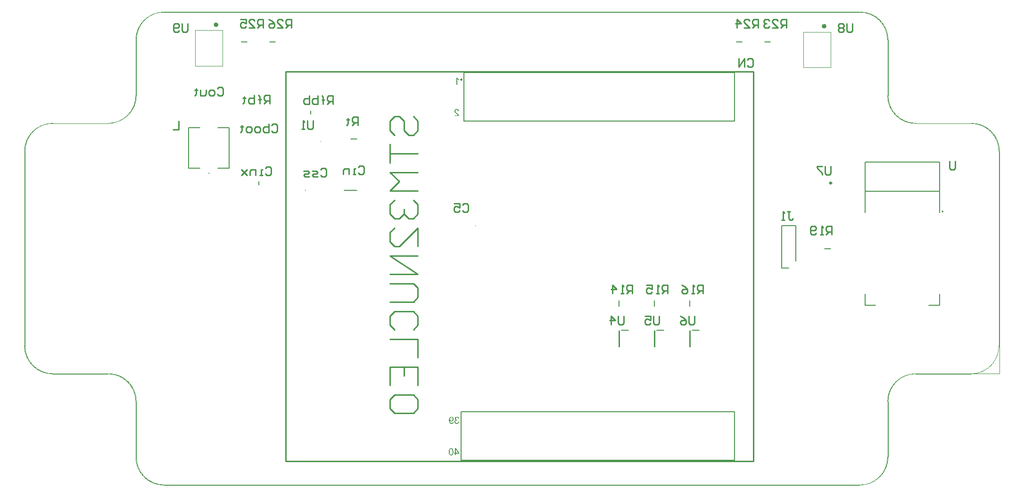
<source format=gbo>
G04*
G04 #@! TF.GenerationSoftware,Altium Limited,Altium Designer,22.7.1 (60)*
G04*
G04 Layer_Color=32896*
%FSLAX44Y44*%
%MOMM*%
G71*
G04*
G04 #@! TF.SameCoordinates,7684CF66-3EF2-496F-B3A4-9C416311D090*
G04*
G04*
G04 #@! TF.FilePolarity,Positive*
G04*
G01*
G75*
%ADD10C,0.1000*%
%ADD11C,0.2000*%
%ADD12C,0.2500*%
%ADD13C,0.4000*%
%ADD14C,0.1270*%
%ADD16C,0.2540*%
%ADD17C,0.0127*%
%ADD18C,0.0064*%
%ADD121C,0.3250*%
%ADD122C,0.1999*%
G36*
X1639032Y1415998D02*
X1639340Y1415972D01*
X1639634Y1415921D01*
X1639903Y1415870D01*
X1640159Y1415793D01*
X1640389Y1415716D01*
X1640607Y1415627D01*
X1640799Y1415550D01*
X1640978Y1415460D01*
X1641132Y1415371D01*
X1641260Y1415294D01*
X1641375Y1415217D01*
X1641452Y1415166D01*
X1641516Y1415115D01*
X1641554Y1415089D01*
X1641567Y1415076D01*
X1641759Y1414897D01*
X1641926Y1414692D01*
X1642079Y1414475D01*
X1642207Y1414257D01*
X1642322Y1414039D01*
X1642425Y1413809D01*
X1642502Y1413578D01*
X1642578Y1413374D01*
X1642630Y1413169D01*
X1642681Y1412977D01*
X1642719Y1412798D01*
X1642745Y1412657D01*
X1642758Y1412529D01*
X1642770Y1412439D01*
X1642783Y1412388D01*
Y1412362D01*
X1641196Y1412196D01*
X1641183Y1412414D01*
X1641170Y1412618D01*
X1641093Y1412990D01*
X1641042Y1413143D01*
X1640991Y1413297D01*
X1640927Y1413438D01*
X1640863Y1413566D01*
X1640799Y1413681D01*
X1640735Y1413771D01*
X1640684Y1413860D01*
X1640632Y1413924D01*
X1640594Y1413988D01*
X1640556Y1414027D01*
X1640543Y1414039D01*
X1640530Y1414052D01*
X1640402Y1414167D01*
X1640261Y1414283D01*
X1640108Y1414372D01*
X1639967Y1414449D01*
X1639660Y1414564D01*
X1639378Y1414641D01*
X1639122Y1414692D01*
X1639019Y1414705D01*
X1638917Y1414718D01*
X1638840Y1414731D01*
X1638738D01*
X1638546Y1414718D01*
X1638354Y1414705D01*
X1638021Y1414628D01*
X1637727Y1414526D01*
X1637483Y1414411D01*
X1637381Y1414347D01*
X1637278Y1414295D01*
X1637202Y1414244D01*
X1637138Y1414193D01*
X1637086Y1414155D01*
X1637048Y1414116D01*
X1637035Y1414103D01*
X1637023Y1414091D01*
X1636907Y1413975D01*
X1636805Y1413847D01*
X1636715Y1413719D01*
X1636638Y1413578D01*
X1636523Y1413322D01*
X1636434Y1413079D01*
X1636395Y1412862D01*
X1636382Y1412772D01*
X1636370Y1412695D01*
X1636357Y1412631D01*
Y1412580D01*
Y1412554D01*
Y1412542D01*
X1636370Y1412375D01*
X1636382Y1412209D01*
X1636421Y1412042D01*
X1636472Y1411876D01*
X1636587Y1411569D01*
X1636715Y1411274D01*
X1636792Y1411146D01*
X1636856Y1411031D01*
X1636920Y1410929D01*
X1636971Y1410839D01*
X1637023Y1410775D01*
X1637061Y1410711D01*
X1637074Y1410685D01*
X1637086Y1410673D01*
X1637240Y1410480D01*
X1637419Y1410276D01*
X1637611Y1410071D01*
X1637829Y1409841D01*
X1638290Y1409405D01*
X1638751Y1408970D01*
X1638968Y1408765D01*
X1639173Y1408586D01*
X1639365Y1408419D01*
X1639532Y1408279D01*
X1639672Y1408163D01*
X1639775Y1408074D01*
X1639839Y1408023D01*
X1639864Y1407997D01*
X1640108Y1407792D01*
X1640325Y1407600D01*
X1640543Y1407421D01*
X1640735Y1407242D01*
X1640914Y1407075D01*
X1641081Y1406922D01*
X1641234Y1406768D01*
X1641375Y1406640D01*
X1641490Y1406512D01*
X1641593Y1406410D01*
X1641682Y1406307D01*
X1641759Y1406230D01*
X1641810Y1406166D01*
X1641849Y1406128D01*
X1641874Y1406102D01*
X1641887Y1406090D01*
X1642130Y1405782D01*
X1642348Y1405488D01*
X1642514Y1405193D01*
X1642655Y1404950D01*
X1642758Y1404733D01*
X1642809Y1404643D01*
X1642834Y1404566D01*
X1642860Y1404502D01*
X1642886Y1404451D01*
X1642898Y1404425D01*
Y1404413D01*
X1642962Y1404221D01*
X1643014Y1404028D01*
X1643039Y1403849D01*
X1643065Y1403696D01*
X1643078Y1403555D01*
Y1403440D01*
Y1403376D01*
Y1403363D01*
Y1403350D01*
X1634757D01*
Y1404835D01*
X1640927D01*
X1640722Y1405142D01*
X1640607Y1405283D01*
X1640504Y1405411D01*
X1640428Y1405513D01*
X1640351Y1405590D01*
X1640300Y1405654D01*
X1640287Y1405667D01*
X1640197Y1405757D01*
X1640095Y1405859D01*
X1639980Y1405974D01*
X1639839Y1406090D01*
X1639544Y1406358D01*
X1639237Y1406615D01*
X1638956Y1406858D01*
X1638828Y1406973D01*
X1638712Y1407063D01*
X1638623Y1407139D01*
X1638559Y1407203D01*
X1638508Y1407242D01*
X1638495Y1407254D01*
X1638187Y1407511D01*
X1637919Y1407754D01*
X1637663Y1407984D01*
X1637419Y1408189D01*
X1637202Y1408394D01*
X1637010Y1408573D01*
X1636830Y1408739D01*
X1636677Y1408893D01*
X1636549Y1409021D01*
X1636434Y1409136D01*
X1636331Y1409239D01*
X1636254Y1409316D01*
X1636190Y1409380D01*
X1636152Y1409431D01*
X1636126Y1409456D01*
X1636114Y1409469D01*
X1635858Y1409776D01*
X1635653Y1410058D01*
X1635473Y1410314D01*
X1635333Y1410557D01*
X1635230Y1410749D01*
X1635179Y1410826D01*
X1635153Y1410890D01*
X1635128Y1410941D01*
X1635102Y1410980D01*
X1635089Y1411005D01*
Y1411018D01*
X1634987Y1411287D01*
X1634910Y1411556D01*
X1634846Y1411812D01*
X1634808Y1412030D01*
X1634782Y1412222D01*
Y1412311D01*
X1634769Y1412375D01*
Y1412426D01*
Y1412465D01*
Y1412490D01*
Y1412503D01*
X1634782Y1412772D01*
X1634821Y1413041D01*
X1634872Y1413284D01*
X1634936Y1413515D01*
X1635013Y1413745D01*
X1635102Y1413950D01*
X1635205Y1414142D01*
X1635294Y1414308D01*
X1635397Y1414462D01*
X1635499Y1414603D01*
X1635589Y1414718D01*
X1635665Y1414820D01*
X1635730Y1414897D01*
X1635781Y1414948D01*
X1635819Y1414987D01*
X1635832Y1415000D01*
X1636037Y1415179D01*
X1636254Y1415332D01*
X1636485Y1415473D01*
X1636728Y1415588D01*
X1636971Y1415678D01*
X1637202Y1415768D01*
X1637445Y1415832D01*
X1637663Y1415883D01*
X1637880Y1415921D01*
X1638072Y1415960D01*
X1638251Y1415985D01*
X1638405Y1415998D01*
X1638520Y1416011D01*
X1638699D01*
X1639032Y1415998D01*
D02*
G37*
G36*
X1639519Y1472377D02*
X1639621Y1472224D01*
X1639826Y1471916D01*
X1640056Y1471635D01*
X1640287Y1471379D01*
X1640492Y1471161D01*
X1640581Y1471071D01*
X1640671Y1470995D01*
X1640735Y1470931D01*
X1640786Y1470880D01*
X1640812Y1470854D01*
X1640825Y1470841D01*
X1641196Y1470534D01*
X1641593Y1470239D01*
X1641964Y1469983D01*
X1642322Y1469779D01*
X1642489Y1469676D01*
X1642630Y1469599D01*
X1642758Y1469523D01*
X1642873Y1469471D01*
X1642962Y1469420D01*
X1643026Y1469382D01*
X1643078Y1469369D01*
X1643090Y1469356D01*
Y1467858D01*
X1642809Y1467973D01*
X1642527Y1468102D01*
X1642258Y1468230D01*
X1642002Y1468358D01*
X1641785Y1468473D01*
X1641695Y1468524D01*
X1641618Y1468562D01*
X1641554Y1468601D01*
X1641503Y1468626D01*
X1641477Y1468652D01*
X1641465D01*
X1641145Y1468857D01*
X1640850Y1469049D01*
X1640594Y1469228D01*
X1640389Y1469395D01*
X1640223Y1469535D01*
X1640095Y1469638D01*
X1640018Y1469702D01*
X1639993Y1469727D01*
Y1459870D01*
X1638443D01*
Y1472531D01*
X1639442D01*
X1639519Y1472377D01*
D02*
G37*
G36*
X1643090Y798192D02*
Y796771D01*
X1637611D01*
Y793750D01*
X1636062D01*
Y796771D01*
X1634360D01*
Y798192D01*
X1636062D01*
Y806347D01*
X1637330D01*
X1643090Y798192D01*
D02*
G37*
G36*
X1628932Y806398D02*
X1629175Y806385D01*
X1629406Y806347D01*
X1629610Y806296D01*
X1629815Y806244D01*
X1630007Y806180D01*
X1630186Y806104D01*
X1630340Y806040D01*
X1630481Y805975D01*
X1630609Y805899D01*
X1630711Y805835D01*
X1630801Y805783D01*
X1630878Y805732D01*
X1630929Y805707D01*
X1630954Y805681D01*
X1630967Y805668D01*
X1631134Y805527D01*
X1631287Y805361D01*
X1631569Y805028D01*
X1631799Y804670D01*
X1631991Y804337D01*
X1632068Y804171D01*
X1632145Y804030D01*
X1632196Y803902D01*
X1632247Y803786D01*
X1632286Y803684D01*
X1632312Y803620D01*
X1632337Y803569D01*
Y803556D01*
X1632414Y803287D01*
X1632491Y803018D01*
X1632593Y802417D01*
X1632670Y801828D01*
X1632708Y801533D01*
X1632734Y801252D01*
X1632747Y800983D01*
X1632760Y800740D01*
X1632772Y800522D01*
Y800330D01*
X1632785Y800176D01*
Y800061D01*
Y799984D01*
Y799972D01*
Y799959D01*
X1632772Y799319D01*
X1632734Y798717D01*
X1632670Y798167D01*
X1632593Y797667D01*
X1632491Y797194D01*
X1632388Y796771D01*
X1632286Y796400D01*
X1632158Y796067D01*
X1632043Y795773D01*
X1631940Y795517D01*
X1631825Y795299D01*
X1631735Y795133D01*
X1631659Y794992D01*
X1631595Y794902D01*
X1631556Y794838D01*
X1631543Y794825D01*
X1631339Y794595D01*
X1631121Y794403D01*
X1630891Y794224D01*
X1630660Y794083D01*
X1630417Y793955D01*
X1630174Y793852D01*
X1629943Y793763D01*
X1629726Y793699D01*
X1629508Y793635D01*
X1629303Y793596D01*
X1629137Y793571D01*
X1628983Y793558D01*
X1628855Y793545D01*
X1628753Y793532D01*
X1628676D01*
X1628420Y793545D01*
X1628177Y793558D01*
X1627946Y793596D01*
X1627741Y793648D01*
X1627536Y793699D01*
X1627345Y793763D01*
X1627178Y793827D01*
X1627012Y793904D01*
X1626871Y793968D01*
X1626756Y794032D01*
X1626640Y794096D01*
X1626564Y794147D01*
X1626487Y794198D01*
X1626436Y794237D01*
X1626410Y794249D01*
X1626397Y794262D01*
X1626231Y794403D01*
X1626077Y794569D01*
X1625795Y794902D01*
X1625565Y795261D01*
X1625373Y795593D01*
X1625296Y795760D01*
X1625219Y795901D01*
X1625155Y796029D01*
X1625117Y796144D01*
X1625079Y796246D01*
X1625053Y796310D01*
X1625027Y796361D01*
Y796374D01*
X1624951Y796643D01*
X1624874Y796925D01*
X1624758Y797514D01*
X1624682Y798115D01*
X1624643Y798397D01*
X1624618Y798679D01*
X1624605Y798947D01*
X1624592Y799191D01*
X1624579Y799408D01*
Y799587D01*
X1624566Y799741D01*
Y799856D01*
Y799933D01*
Y799959D01*
Y800304D01*
X1624579Y800624D01*
X1624592Y800932D01*
X1624618Y801213D01*
X1624630Y801482D01*
X1624656Y801725D01*
X1624682Y801956D01*
X1624707Y802161D01*
X1624746Y802340D01*
X1624771Y802494D01*
X1624797Y802634D01*
X1624810Y802737D01*
X1624835Y802826D01*
X1624848Y802890D01*
X1624861Y802929D01*
Y802942D01*
X1624976Y803338D01*
X1625104Y803697D01*
X1625232Y804017D01*
X1625296Y804158D01*
X1625360Y804286D01*
X1625411Y804401D01*
X1625463Y804516D01*
X1625514Y804593D01*
X1625565Y804670D01*
X1625591Y804734D01*
X1625616Y804772D01*
X1625642Y804798D01*
Y804811D01*
X1625834Y805092D01*
X1626039Y805323D01*
X1626256Y805527D01*
X1626448Y805694D01*
X1626628Y805835D01*
X1626768Y805924D01*
X1626820Y805963D01*
X1626858Y805988D01*
X1626884Y806001D01*
X1626896D01*
X1627191Y806142D01*
X1627498Y806244D01*
X1627793Y806308D01*
X1628074Y806360D01*
X1628317Y806385D01*
X1628420Y806398D01*
X1628509Y806411D01*
X1628676D01*
X1628932Y806398D01*
D02*
G37*
G36*
X1639416Y862918D02*
X1639685Y862893D01*
X1639941Y862854D01*
X1640172Y862803D01*
X1640389Y862726D01*
X1640594Y862662D01*
X1640786Y862585D01*
X1640965Y862508D01*
X1641119Y862419D01*
X1641260Y862342D01*
X1641375Y862278D01*
X1641477Y862214D01*
X1641554Y862150D01*
X1641606Y862112D01*
X1641644Y862086D01*
X1641657Y862073D01*
X1641836Y861907D01*
X1642002Y861728D01*
X1642143Y861535D01*
X1642271Y861331D01*
X1642399Y861139D01*
X1642502Y860934D01*
X1642591Y860742D01*
X1642668Y860550D01*
X1642732Y860370D01*
X1642796Y860204D01*
X1642834Y860051D01*
X1642873Y859922D01*
X1642898Y859820D01*
X1642924Y859731D01*
X1642937Y859679D01*
Y859667D01*
X1641388Y859398D01*
X1641349Y859602D01*
X1641311Y859794D01*
X1641260Y859974D01*
X1641196Y860140D01*
X1641132Y860294D01*
X1641068Y860422D01*
X1641004Y860550D01*
X1640940Y860665D01*
X1640876Y860767D01*
X1640825Y860844D01*
X1640760Y860921D01*
X1640722Y860985D01*
X1640671Y861023D01*
X1640645Y861062D01*
X1640620Y861087D01*
X1640504Y861190D01*
X1640376Y861280D01*
X1640133Y861420D01*
X1639877Y861523D01*
X1639634Y861587D01*
X1639429Y861638D01*
X1639340Y861651D01*
X1639263D01*
X1639199Y861664D01*
X1638943D01*
X1638789Y861638D01*
X1638495Y861574D01*
X1638239Y861484D01*
X1638021Y861382D01*
X1637855Y861280D01*
X1637727Y861190D01*
X1637650Y861126D01*
X1637624Y861113D01*
Y861100D01*
X1637522Y860998D01*
X1637432Y860883D01*
X1637278Y860639D01*
X1637176Y860409D01*
X1637112Y860191D01*
X1637061Y859986D01*
X1637048Y859910D01*
Y859833D01*
X1637035Y859769D01*
Y859731D01*
Y859705D01*
Y859692D01*
X1637048Y859500D01*
X1637074Y859321D01*
X1637112Y859142D01*
X1637163Y858988D01*
X1637291Y858719D01*
X1637432Y858489D01*
X1637573Y858309D01*
X1637701Y858194D01*
X1637752Y858143D01*
X1637791Y858118D01*
X1637816Y858105D01*
X1637829Y858092D01*
X1638136Y857925D01*
X1638443Y857797D01*
X1638751Y857708D01*
X1639019Y857644D01*
X1639147Y857618D01*
X1639263Y857605D01*
X1639365Y857593D01*
X1639455D01*
X1639519Y857580D01*
X1639698D01*
X1639775Y857593D01*
X1639839Y857605D01*
X1639864D01*
X1640044Y856248D01*
X1639813Y856300D01*
X1639596Y856351D01*
X1639404Y856376D01*
X1639250Y856389D01*
X1639122Y856402D01*
X1639019Y856415D01*
X1638943D01*
X1638751Y856402D01*
X1638559Y856389D01*
X1638213Y856312D01*
X1637906Y856197D01*
X1637650Y856069D01*
X1637547Y856005D01*
X1637445Y855941D01*
X1637368Y855890D01*
X1637304Y855826D01*
X1637253Y855788D01*
X1637202Y855749D01*
X1637189Y855736D01*
X1637176Y855724D01*
X1637048Y855595D01*
X1636946Y855455D01*
X1636843Y855301D01*
X1636766Y855160D01*
X1636638Y854866D01*
X1636562Y854584D01*
X1636510Y854328D01*
X1636498Y854226D01*
X1636485Y854136D01*
X1636472Y854059D01*
Y854008D01*
Y853970D01*
Y853957D01*
X1636485Y853752D01*
X1636510Y853560D01*
X1636536Y853368D01*
X1636587Y853202D01*
X1636715Y852882D01*
X1636779Y852741D01*
X1636843Y852600D01*
X1636920Y852485D01*
X1636984Y852382D01*
X1637048Y852293D01*
X1637112Y852229D01*
X1637163Y852165D01*
X1637189Y852126D01*
X1637215Y852101D01*
X1637227Y852088D01*
X1637368Y851960D01*
X1637522Y851845D01*
X1637675Y851742D01*
X1637842Y851653D01*
X1637995Y851576D01*
X1638149Y851512D01*
X1638443Y851422D01*
X1638571Y851397D01*
X1638699Y851371D01*
X1638802Y851358D01*
X1638904Y851345D01*
X1638981Y851333D01*
X1639084D01*
X1639250Y851345D01*
X1639416Y851358D01*
X1639711Y851422D01*
X1639980Y851512D01*
X1640210Y851627D01*
X1640389Y851730D01*
X1640466Y851781D01*
X1640530Y851819D01*
X1640581Y851858D01*
X1640620Y851883D01*
X1640632Y851909D01*
X1640645D01*
X1640760Y852024D01*
X1640863Y852152D01*
X1641055Y852446D01*
X1641209Y852766D01*
X1641337Y853074D01*
X1641426Y853355D01*
X1641465Y853483D01*
X1641490Y853586D01*
X1641516Y853675D01*
X1641529Y853752D01*
X1641541Y853791D01*
Y853803D01*
X1643090Y853598D01*
X1643052Y853317D01*
X1642988Y853035D01*
X1642924Y852779D01*
X1642834Y852536D01*
X1642732Y852306D01*
X1642630Y852101D01*
X1642527Y851909D01*
X1642412Y851730D01*
X1642310Y851576D01*
X1642194Y851435D01*
X1642105Y851320D01*
X1642015Y851217D01*
X1641951Y851141D01*
X1641900Y851089D01*
X1641862Y851051D01*
X1641849Y851038D01*
X1641631Y850859D01*
X1641413Y850718D01*
X1641183Y850577D01*
X1640953Y850475D01*
X1640722Y850372D01*
X1640492Y850296D01*
X1640261Y850232D01*
X1640056Y850181D01*
X1639852Y850129D01*
X1639672Y850104D01*
X1639506Y850078D01*
X1639365Y850065D01*
X1639250D01*
X1639160Y850052D01*
X1639084D01*
X1638751Y850065D01*
X1638431Y850104D01*
X1638123Y850155D01*
X1637842Y850232D01*
X1637573Y850321D01*
X1637317Y850411D01*
X1637086Y850513D01*
X1636882Y850629D01*
X1636690Y850731D01*
X1636523Y850833D01*
X1636382Y850923D01*
X1636267Y851013D01*
X1636178Y851089D01*
X1636101Y851141D01*
X1636062Y851179D01*
X1636050Y851192D01*
X1635832Y851409D01*
X1635653Y851640D01*
X1635486Y851883D01*
X1635345Y852113D01*
X1635230Y852357D01*
X1635128Y852587D01*
X1635051Y852805D01*
X1634987Y853022D01*
X1634936Y853227D01*
X1634897Y853407D01*
X1634872Y853573D01*
X1634846Y853714D01*
Y853842D01*
X1634833Y853919D01*
Y853982D01*
Y853995D01*
X1634846Y854213D01*
X1634859Y854431D01*
X1634936Y854827D01*
X1634974Y855007D01*
X1635025Y855173D01*
X1635089Y855327D01*
X1635141Y855468D01*
X1635205Y855583D01*
X1635256Y855698D01*
X1635320Y855800D01*
X1635358Y855877D01*
X1635397Y855941D01*
X1635435Y855980D01*
X1635448Y856005D01*
X1635461Y856018D01*
X1635576Y856172D01*
X1635717Y856300D01*
X1635986Y856530D01*
X1636280Y856722D01*
X1636549Y856876D01*
X1636805Y856978D01*
X1636907Y857017D01*
X1637010Y857055D01*
X1637086Y857081D01*
X1637138Y857093D01*
X1637176Y857106D01*
X1637189D01*
X1636882Y857260D01*
X1636626Y857439D01*
X1636408Y857605D01*
X1636216Y857772D01*
X1636075Y857925D01*
X1635973Y858041D01*
X1635947Y858092D01*
X1635921Y858130D01*
X1635896Y858143D01*
Y858156D01*
X1635742Y858412D01*
X1635640Y858681D01*
X1635563Y858924D01*
X1635499Y859154D01*
X1635473Y859359D01*
X1635461Y859449D01*
Y859513D01*
X1635448Y859577D01*
Y859615D01*
Y859641D01*
Y859654D01*
X1635473Y859974D01*
X1635525Y860268D01*
X1635589Y860537D01*
X1635678Y860780D01*
X1635768Y860985D01*
X1635806Y861062D01*
X1635832Y861139D01*
X1635870Y861190D01*
X1635883Y861228D01*
X1635909Y861254D01*
Y861267D01*
X1636101Y861535D01*
X1636306Y861779D01*
X1636536Y861983D01*
X1636741Y862163D01*
X1636946Y862304D01*
X1637023Y862355D01*
X1637099Y862406D01*
X1637151Y862432D01*
X1637202Y862457D01*
X1637227Y862483D01*
X1637240D01*
X1637573Y862636D01*
X1637906Y862739D01*
X1638226Y862816D01*
X1638520Y862880D01*
X1638648Y862893D01*
X1638776Y862905D01*
X1638879Y862918D01*
X1638968D01*
X1639045Y862931D01*
X1639147D01*
X1639416Y862918D01*
D02*
G37*
G36*
X1629662D02*
X1629969Y862880D01*
X1630250Y862828D01*
X1630519Y862752D01*
X1630762Y862662D01*
X1630993Y862560D01*
X1631211Y862457D01*
X1631403Y862342D01*
X1631582Y862227D01*
X1631735Y862124D01*
X1631863Y862022D01*
X1631979Y861932D01*
X1632068Y861868D01*
X1632132Y861804D01*
X1632171Y861766D01*
X1632184Y861753D01*
X1632375Y861523D01*
X1632555Y861292D01*
X1632708Y861036D01*
X1632836Y860780D01*
X1632939Y860524D01*
X1633028Y860268D01*
X1633105Y860012D01*
X1633169Y859769D01*
X1633220Y859551D01*
X1633246Y859334D01*
X1633272Y859154D01*
X1633297Y858988D01*
Y858847D01*
X1633310Y858757D01*
Y858693D01*
Y858668D01*
X1633297Y858335D01*
X1633259Y858002D01*
X1633208Y857708D01*
X1633144Y857413D01*
X1633054Y857157D01*
X1632964Y856901D01*
X1632875Y856684D01*
X1632772Y856479D01*
X1632670Y856287D01*
X1632580Y856133D01*
X1632478Y855992D01*
X1632401Y855877D01*
X1632337Y855788D01*
X1632286Y855724D01*
X1632247Y855685D01*
X1632235Y855672D01*
X1632030Y855480D01*
X1631812Y855301D01*
X1631582Y855147D01*
X1631364Y855020D01*
X1631134Y854917D01*
X1630916Y854827D01*
X1630699Y854751D01*
X1630506Y854687D01*
X1630314Y854635D01*
X1630135Y854610D01*
X1629982Y854584D01*
X1629841Y854559D01*
X1629738D01*
X1629649Y854546D01*
X1629585D01*
X1629239Y854571D01*
X1628906Y854623D01*
X1628612Y854687D01*
X1628356Y854776D01*
X1628241Y854815D01*
X1628138Y854853D01*
X1628061Y854892D01*
X1627985Y854930D01*
X1627921Y854956D01*
X1627882Y854981D01*
X1627856Y854994D01*
X1627844D01*
X1627562Y855173D01*
X1627306Y855378D01*
X1627088Y855583D01*
X1626896Y855775D01*
X1626756Y855941D01*
X1626653Y856069D01*
X1626615Y856120D01*
X1626589Y856159D01*
X1626564Y856184D01*
Y856069D01*
Y855967D01*
Y855916D01*
Y855890D01*
X1626576Y855531D01*
X1626602Y855186D01*
X1626640Y854866D01*
X1626679Y854584D01*
X1626704Y854456D01*
X1626717Y854341D01*
X1626743Y854239D01*
X1626756Y854162D01*
X1626768Y854085D01*
X1626781Y854034D01*
X1626794Y854008D01*
Y853995D01*
X1626884Y853662D01*
X1626986Y853368D01*
X1627076Y853112D01*
X1627165Y852907D01*
X1627242Y852728D01*
X1627306Y852613D01*
X1627357Y852536D01*
X1627370Y852523D01*
Y852510D01*
X1627498Y852318D01*
X1627652Y852152D01*
X1627793Y851998D01*
X1627933Y851870D01*
X1628061Y851768D01*
X1628164Y851704D01*
X1628228Y851653D01*
X1628241Y851640D01*
X1628253D01*
X1628458Y851537D01*
X1628676Y851461D01*
X1628881Y851397D01*
X1629086Y851358D01*
X1629252Y851333D01*
X1629393Y851320D01*
X1629508D01*
X1629802Y851345D01*
X1630071Y851397D01*
X1630302Y851461D01*
X1630506Y851550D01*
X1630660Y851640D01*
X1630775Y851704D01*
X1630852Y851755D01*
X1630878Y851781D01*
X1630980Y851870D01*
X1631057Y851985D01*
X1631211Y852216D01*
X1631339Y852472D01*
X1631441Y852728D01*
X1631505Y852958D01*
X1631531Y853061D01*
X1631556Y853138D01*
X1631569Y853214D01*
X1631582Y853266D01*
X1631595Y853304D01*
Y853317D01*
X1633080Y853176D01*
X1633041Y852907D01*
X1632977Y852651D01*
X1632913Y852408D01*
X1632824Y852190D01*
X1632747Y851985D01*
X1632644Y851794D01*
X1632555Y851627D01*
X1632452Y851473D01*
X1632363Y851333D01*
X1632273Y851205D01*
X1632184Y851102D01*
X1632119Y851025D01*
X1632056Y850961D01*
X1632004Y850910D01*
X1631979Y850885D01*
X1631966Y850872D01*
X1631787Y850731D01*
X1631595Y850603D01*
X1631390Y850488D01*
X1631185Y850398D01*
X1630980Y850321D01*
X1630775Y850257D01*
X1630391Y850155D01*
X1630212Y850117D01*
X1630058Y850091D01*
X1629905Y850078D01*
X1629777Y850065D01*
X1629674Y850052D01*
X1629534D01*
X1629277Y850065D01*
X1629034Y850091D01*
X1628791Y850117D01*
X1628573Y850168D01*
X1628356Y850219D01*
X1628164Y850283D01*
X1627972Y850360D01*
X1627805Y850424D01*
X1627652Y850488D01*
X1627511Y850564D01*
X1627396Y850629D01*
X1627293Y850680D01*
X1627216Y850731D01*
X1627165Y850769D01*
X1627127Y850782D01*
X1627114Y850795D01*
X1626922Y850936D01*
X1626743Y851102D01*
X1626436Y851448D01*
X1626167Y851806D01*
X1625949Y852165D01*
X1625847Y852331D01*
X1625770Y852485D01*
X1625706Y852613D01*
X1625655Y852741D01*
X1625603Y852830D01*
X1625578Y852907D01*
X1625552Y852958D01*
Y852971D01*
X1625463Y853253D01*
X1625373Y853547D01*
X1625296Y853855D01*
X1625245Y854175D01*
X1625143Y854815D01*
X1625104Y855135D01*
X1625079Y855442D01*
X1625053Y855724D01*
X1625040Y855980D01*
X1625027Y856223D01*
Y856428D01*
X1625015Y856594D01*
Y856722D01*
Y856760D01*
Y856799D01*
Y856812D01*
Y856824D01*
Y857247D01*
X1625040Y857644D01*
X1625066Y858015D01*
X1625104Y858361D01*
X1625143Y858668D01*
X1625181Y858962D01*
X1625232Y859231D01*
X1625283Y859462D01*
X1625335Y859679D01*
X1625386Y859858D01*
X1625424Y860012D01*
X1625463Y860140D01*
X1625501Y860242D01*
X1625527Y860319D01*
X1625539Y860358D01*
X1625552Y860370D01*
X1625655Y860601D01*
X1625770Y860806D01*
X1625885Y860998D01*
X1626013Y861190D01*
X1626141Y861356D01*
X1626269Y861510D01*
X1626397Y861651D01*
X1626525Y861779D01*
X1626640Y861894D01*
X1626743Y861996D01*
X1626845Y862073D01*
X1626935Y862137D01*
X1626999Y862201D01*
X1627050Y862240D01*
X1627088Y862252D01*
X1627101Y862265D01*
X1627293Y862380D01*
X1627485Y862483D01*
X1627690Y862572D01*
X1627882Y862649D01*
X1628253Y862764D01*
X1628612Y862854D01*
X1628765Y862880D01*
X1628906Y862893D01*
X1629034Y862905D01*
X1629149Y862918D01*
X1629226Y862931D01*
X1629354D01*
X1629662Y862918D01*
D02*
G37*
%LPC*%
G36*
X1637611Y803876D02*
Y798192D01*
X1641580D01*
X1637611Y803876D01*
D02*
G37*
G36*
X1628804Y805131D02*
X1628701D01*
X1628497Y805118D01*
X1628305Y805092D01*
X1628125Y805041D01*
X1627959Y804964D01*
X1627652Y804798D01*
X1627383Y804619D01*
X1627268Y804516D01*
X1627165Y804426D01*
X1627088Y804337D01*
X1627012Y804260D01*
X1626960Y804196D01*
X1626922Y804145D01*
X1626896Y804107D01*
X1626884Y804094D01*
X1626756Y803876D01*
X1626640Y803620D01*
X1626551Y803338D01*
X1626461Y803018D01*
X1626384Y802685D01*
X1626333Y802340D01*
X1626243Y801649D01*
X1626218Y801316D01*
X1626192Y800996D01*
X1626180Y800714D01*
X1626167Y800458D01*
X1626154Y800253D01*
Y800164D01*
Y800100D01*
Y800036D01*
Y799997D01*
Y799972D01*
Y799959D01*
X1626167Y799396D01*
X1626180Y798883D01*
X1626218Y798423D01*
X1626269Y798000D01*
X1626320Y797616D01*
X1626384Y797283D01*
X1626448Y796989D01*
X1626512Y796720D01*
X1626589Y796502D01*
X1626653Y796310D01*
X1626717Y796157D01*
X1626768Y796029D01*
X1626820Y795939D01*
X1626858Y795875D01*
X1626871Y795837D01*
X1626884Y795824D01*
X1627024Y795645D01*
X1627165Y795491D01*
X1627319Y795350D01*
X1627473Y795235D01*
X1627626Y795133D01*
X1627767Y795056D01*
X1627921Y794979D01*
X1628049Y794928D01*
X1628305Y794851D01*
X1628407Y794825D01*
X1628497Y794812D01*
X1628573D01*
X1628625Y794800D01*
X1628676D01*
X1628868Y794812D01*
X1629060Y794838D01*
X1629239Y794889D01*
X1629406Y794966D01*
X1629713Y795120D01*
X1629982Y795312D01*
X1630097Y795401D01*
X1630199Y795504D01*
X1630276Y795581D01*
X1630353Y795670D01*
X1630404Y795734D01*
X1630443Y795786D01*
X1630468Y795811D01*
X1630481Y795824D01*
X1630609Y796041D01*
X1630711Y796298D01*
X1630814Y796592D01*
X1630891Y796899D01*
X1630967Y797232D01*
X1631019Y797578D01*
X1631108Y798282D01*
X1631134Y798602D01*
X1631159Y798922D01*
X1631172Y799203D01*
X1631185Y799460D01*
X1631198Y799664D01*
Y799754D01*
Y799818D01*
Y799882D01*
Y799920D01*
Y799946D01*
Y799959D01*
X1631185Y800522D01*
X1631159Y801034D01*
X1631121Y801508D01*
X1631070Y801943D01*
X1631019Y802327D01*
X1630942Y802673D01*
X1630878Y802980D01*
X1630801Y803262D01*
X1630724Y803492D01*
X1630660Y803697D01*
X1630583Y803863D01*
X1630532Y803991D01*
X1630481Y804094D01*
X1630443Y804171D01*
X1630417Y804209D01*
X1630404Y804222D01*
X1630276Y804388D01*
X1630148Y804516D01*
X1630007Y804644D01*
X1629866Y804747D01*
X1629726Y804836D01*
X1629585Y804913D01*
X1629444Y804964D01*
X1629316Y805015D01*
X1629073Y805079D01*
X1628970Y805105D01*
X1628881Y805118D01*
X1628804Y805131D01*
D02*
G37*
G36*
X1629265Y861651D02*
X1629162D01*
X1628970Y861638D01*
X1628804Y861612D01*
X1628625Y861574D01*
X1628471Y861523D01*
X1628177Y861395D01*
X1627921Y861254D01*
X1627818Y861177D01*
X1627728Y861113D01*
X1627639Y861036D01*
X1627575Y860985D01*
X1627524Y860934D01*
X1627473Y860895D01*
X1627460Y860870D01*
X1627447Y860857D01*
X1627319Y860703D01*
X1627204Y860537D01*
X1627114Y860370D01*
X1627037Y860204D01*
X1626909Y859846D01*
X1626820Y859513D01*
X1626794Y859346D01*
X1626768Y859206D01*
X1626756Y859078D01*
X1626743Y858962D01*
X1626730Y858873D01*
Y858809D01*
Y858757D01*
Y858745D01*
X1626743Y858502D01*
X1626756Y858271D01*
X1626794Y858054D01*
X1626845Y857861D01*
X1626896Y857669D01*
X1626948Y857503D01*
X1627012Y857349D01*
X1627076Y857208D01*
X1627152Y857081D01*
X1627216Y856965D01*
X1627268Y856876D01*
X1627319Y856799D01*
X1627370Y856735D01*
X1627408Y856696D01*
X1627421Y856671D01*
X1627434Y856658D01*
X1627562Y856530D01*
X1627703Y856415D01*
X1627856Y856312D01*
X1627997Y856236D01*
X1628151Y856159D01*
X1628292Y856095D01*
X1628573Y856005D01*
X1628829Y855954D01*
X1628932Y855941D01*
X1629021Y855928D01*
X1629098Y855916D01*
X1629201D01*
X1629393Y855928D01*
X1629585Y855954D01*
X1629764Y855980D01*
X1629930Y856031D01*
X1630238Y856146D01*
X1630506Y856287D01*
X1630622Y856351D01*
X1630724Y856428D01*
X1630801Y856492D01*
X1630878Y856543D01*
X1630929Y856594D01*
X1630967Y856633D01*
X1630993Y856645D01*
X1631006Y856658D01*
X1631134Y856799D01*
X1631236Y856965D01*
X1631339Y857119D01*
X1631415Y857285D01*
X1631543Y857605D01*
X1631633Y857925D01*
X1631659Y858066D01*
X1631684Y858194D01*
X1631697Y858309D01*
X1631710Y858412D01*
X1631723Y858502D01*
Y858566D01*
Y858604D01*
Y858617D01*
X1631710Y858860D01*
X1631684Y859103D01*
X1631659Y859321D01*
X1631607Y859526D01*
X1631543Y859718D01*
X1631479Y859897D01*
X1631415Y860063D01*
X1631339Y860217D01*
X1631275Y860345D01*
X1631211Y860473D01*
X1631147Y860575D01*
X1631082Y860652D01*
X1631031Y860716D01*
X1631006Y860767D01*
X1630980Y860793D01*
X1630967Y860806D01*
X1630814Y860959D01*
X1630673Y861087D01*
X1630519Y861203D01*
X1630366Y861292D01*
X1630212Y861382D01*
X1630058Y861446D01*
X1629777Y861548D01*
X1629649Y861587D01*
X1629534Y861612D01*
X1629431Y861625D01*
X1629341Y861638D01*
X1629265Y861651D01*
D02*
G37*
%LPD*%
D10*
X1395000Y1358400D02*
G03*
X1395000Y1357400I0J-500D01*
G01*
D02*
G03*
X1395000Y1358400I0J500D01*
G01*
X2261500Y1554700D02*
X2310500D01*
Y1490700D02*
Y1554700D01*
X2261500Y1490700D02*
X2310500D01*
X2261500D02*
Y1554700D01*
X1169300Y1557300D02*
X1218300D01*
Y1493300D02*
Y1557300D01*
X1169300Y1493300D02*
X1218300D01*
X1169300D02*
Y1557300D01*
D11*
X1672700Y1206500D02*
G03*
X1672700Y1206500I-500J0D01*
G01*
X2512500Y1232000D02*
G03*
X2512500Y1232000I-1000J0D01*
G01*
X1367300Y1270000D02*
G03*
X1367300Y1270000I-500J0D01*
G01*
X1193800Y1300200D02*
G03*
X1193800Y1301200I0J500D01*
G01*
D02*
G03*
X1193800Y1300200I0J-500D01*
G01*
D02*
G03*
X1193800Y1301200I0J500D01*
G01*
X1448750Y1362250D02*
X1459250D01*
X1283500Y1279750D02*
Y1285750D01*
X2299750Y1165000D02*
X2310250D01*
X2061400Y1018300D02*
X2074400D01*
X2057900Y988700D02*
Y1017900D01*
X2056900Y988700D02*
X2057900D01*
X2056900D02*
Y1017900D01*
X2057900D01*
X1997900Y1018300D02*
X2010900D01*
X1994400Y988700D02*
Y1017900D01*
X1993400Y988700D02*
X1994400D01*
X1993400D02*
Y1017900D01*
X1994400D01*
X1934400Y1018300D02*
X1947400D01*
X1930900Y988700D02*
Y1017900D01*
X1929900Y988700D02*
X1930900D01*
X1929900D02*
Y1017900D01*
X1930900D01*
X2057400Y1061550D02*
Y1072050D01*
X1993900Y1061550D02*
Y1072050D01*
X1930400Y1061550D02*
Y1072050D01*
X2191850Y1536700D02*
X2202350D01*
X2141050D02*
X2151550D01*
X1252050D02*
X1262550D01*
X1302850D02*
X1313350D01*
X1376300Y1406700D02*
Y1412700D01*
X1436300Y1270000D02*
X1459300D01*
X1157300Y1309700D02*
X1177800D01*
X1157300D02*
Y1382700D01*
X1177800D01*
X1209800D02*
X1230300D01*
Y1309700D02*
Y1382700D01*
X1209800Y1309700D02*
X1230300D01*
X2222700Y1130400D02*
X2235200D01*
X2222700D02*
Y1206400D01*
X2247700D01*
Y1143000D02*
Y1206400D01*
D12*
X1648442Y1468910D02*
G03*
X1648442Y1468910I-1250J0D01*
G01*
D13*
X2298700Y1566700D02*
G03*
X2298700Y1562700I0J-2000D01*
G01*
D02*
G03*
X2298700Y1566700I0J2000D01*
G01*
X1206500Y1569300D02*
G03*
X1206500Y1565300I0J-2000D01*
G01*
D02*
G03*
X1206500Y1569300I0J2000D01*
G01*
D14*
X2372000Y1063000D02*
X2390999D01*
X2372000D02*
Y1084000D01*
X2487000Y1063000D02*
X2506000D01*
Y1084000D01*
X2372000Y1230000D02*
Y1321000D01*
X2506000D01*
Y1230000D02*
Y1321000D01*
X2372000Y1268000D02*
X2506000D01*
D16*
X2171700Y783160D02*
Y1483160D01*
X1332050D02*
X2171700D01*
X1332050Y783160D02*
Y1483160D01*
Y783160D02*
X2171700D01*
X1527527Y1369077D02*
X1519196Y1377408D01*
Y1394069D01*
X1527527Y1402400D01*
X1535857D01*
X1544188Y1394069D01*
Y1377408D01*
X1552519Y1369077D01*
X1560849D01*
X1569180Y1377408D01*
Y1394069D01*
X1560849Y1402400D01*
X1519196Y1352416D02*
Y1319094D01*
Y1335755D01*
X1569180D01*
Y1302432D02*
X1519196D01*
X1535857Y1285771D01*
X1519196Y1269110D01*
X1569180D01*
X1527527Y1252449D02*
X1519196Y1244118D01*
Y1227457D01*
X1527527Y1219126D01*
X1535857D01*
X1544188Y1227457D01*
Y1235787D01*
Y1227457D01*
X1552519Y1219126D01*
X1560849D01*
X1569180Y1227457D01*
Y1244118D01*
X1560849Y1252449D01*
X1569180Y1169142D02*
Y1202465D01*
X1535857Y1169142D01*
X1527527D01*
X1519196Y1177473D01*
Y1194134D01*
X1527527Y1202465D01*
X1569180Y1152481D02*
X1519196D01*
X1569180Y1119158D01*
X1519196D01*
Y1102497D02*
X1560849D01*
X1569180Y1094166D01*
Y1077505D01*
X1560849Y1069174D01*
X1519196D01*
X1527527Y1019191D02*
X1519196Y1027521D01*
Y1044183D01*
X1527527Y1052513D01*
X1560849D01*
X1569180Y1044183D01*
Y1027521D01*
X1560849Y1019191D01*
X1519196Y1002529D02*
X1569180D01*
Y969207D01*
X1519196Y919223D02*
Y952545D01*
X1569180D01*
Y919223D01*
X1544188Y952545D02*
Y935884D01*
X1519196Y877570D02*
Y894231D01*
X1527527Y902562D01*
X1560849D01*
X1569180Y894231D01*
Y877570D01*
X1560849Y869239D01*
X1527527D01*
X1519196Y877570D01*
X2534412Y1322319D02*
Y1309623D01*
X2531873Y1307084D01*
X2526794D01*
X2524255Y1309623D01*
Y1322319D01*
X1155696Y1569718D02*
Y1557022D01*
X1153157Y1554483D01*
X1148078D01*
X1145539Y1557022D01*
Y1569718D01*
X1140461Y1557022D02*
X1137922Y1554483D01*
X1132843D01*
X1130304Y1557022D01*
Y1567178D01*
X1132843Y1569718D01*
X1137922D01*
X1140461Y1567178D01*
Y1564639D01*
X1137922Y1562100D01*
X1130304D01*
X2349496Y1569718D02*
Y1557022D01*
X2346957Y1554483D01*
X2341878D01*
X2339339Y1557022D01*
Y1569718D01*
X2334261Y1567178D02*
X2331722Y1569718D01*
X2326643D01*
X2324104Y1567178D01*
Y1564639D01*
X2326643Y1562100D01*
X2324104Y1559561D01*
Y1557022D01*
X2326643Y1554483D01*
X2331722D01*
X2334261Y1557022D01*
Y1559561D01*
X2331722Y1562100D01*
X2334261Y1564639D01*
Y1567178D01*
X2331722Y1562100D02*
X2326643D01*
X2310892Y1313175D02*
Y1300479D01*
X2308353Y1297940D01*
X2303275D01*
X2300735Y1300479D01*
Y1313175D01*
X2295657D02*
X2285500D01*
Y1310636D01*
X2295657Y1300479D01*
Y1297940D01*
X2065528Y1044189D02*
Y1031493D01*
X2062989Y1028954D01*
X2057910D01*
X2055371Y1031493D01*
Y1044189D01*
X2040136D02*
X2045215Y1041650D01*
X2050293Y1036572D01*
Y1031493D01*
X2047754Y1028954D01*
X2042675D01*
X2040136Y1031493D01*
Y1034032D01*
X2042675Y1036572D01*
X2050293D01*
X2002028Y1044189D02*
Y1031493D01*
X1999489Y1028954D01*
X1994411D01*
X1991871Y1031493D01*
Y1044189D01*
X1976636D02*
X1986793D01*
Y1036572D01*
X1981715Y1039111D01*
X1979175D01*
X1976636Y1036572D01*
Y1031493D01*
X1979175Y1028954D01*
X1984254D01*
X1986793Y1031493D01*
X1938528Y1044189D02*
Y1031493D01*
X1935989Y1028954D01*
X1930910D01*
X1928371Y1031493D01*
Y1044189D01*
X1915675Y1028954D02*
Y1044189D01*
X1923293Y1036572D01*
X1913136D01*
X1380490Y1395217D02*
Y1382521D01*
X1377951Y1379982D01*
X1372872D01*
X1370333Y1382521D01*
Y1395217D01*
X1365255Y1379982D02*
X1360177D01*
X1362716D01*
Y1395217D01*
X1365255Y1392678D01*
X1461262Y1387094D02*
Y1402329D01*
X1453645D01*
X1451105Y1399790D01*
Y1394711D01*
X1453645Y1392172D01*
X1461262D01*
X1456184D02*
X1451105Y1387094D01*
X1443488Y1399790D02*
Y1397251D01*
X1446027D01*
X1440949D01*
X1443488D01*
Y1389633D01*
X1440949Y1387094D01*
X1303122Y1425883D02*
Y1441118D01*
X1295505D01*
X1292966Y1438578D01*
Y1433500D01*
X1295505Y1430961D01*
X1303122D01*
X1298044D02*
X1292966Y1425883D01*
X1285348D02*
Y1438578D01*
Y1433500D01*
X1287887D01*
X1282809D01*
X1285348D01*
Y1438578D01*
X1282809Y1441118D01*
X1275191D02*
Y1425883D01*
X1267574D01*
X1265034Y1428422D01*
Y1430961D01*
Y1433500D01*
X1267574Y1436039D01*
X1275191D01*
X1257417Y1438578D02*
Y1436039D01*
X1259956D01*
X1254878D01*
X1257417D01*
Y1428422D01*
X1254878Y1425883D01*
X1416812Y1425194D02*
Y1440429D01*
X1409194D01*
X1406655Y1437890D01*
Y1432811D01*
X1409194Y1430272D01*
X1416812D01*
X1411734D02*
X1406655Y1425194D01*
X1399038D02*
Y1437890D01*
Y1432811D01*
X1401577D01*
X1396499D01*
X1399038D01*
Y1437890D01*
X1396499Y1440429D01*
X1388881D02*
Y1425194D01*
X1381263D01*
X1378724Y1427733D01*
Y1430272D01*
Y1432811D01*
X1381263Y1435351D01*
X1388881D01*
X1373646Y1440429D02*
Y1425194D01*
X1366028D01*
X1363489Y1427733D01*
Y1430272D01*
Y1432811D01*
X1366028Y1435351D01*
X1373646D01*
X1341628Y1561592D02*
Y1576827D01*
X1334010D01*
X1331471Y1574288D01*
Y1569209D01*
X1334010Y1566670D01*
X1341628D01*
X1336550D02*
X1331471Y1561592D01*
X1316236D02*
X1326393D01*
X1316236Y1571749D01*
Y1574288D01*
X1318775Y1576827D01*
X1323854D01*
X1326393Y1574288D01*
X1301001Y1576827D02*
X1306080Y1574288D01*
X1311158Y1569209D01*
Y1564131D01*
X1308619Y1561592D01*
X1303540D01*
X1301001Y1564131D01*
Y1566670D01*
X1303540Y1569209D01*
X1311158D01*
X1290828Y1561592D02*
Y1576827D01*
X1283210D01*
X1280671Y1574288D01*
Y1569209D01*
X1283210Y1566670D01*
X1290828D01*
X1285750D02*
X1280671Y1561592D01*
X1265436D02*
X1275593D01*
X1265436Y1571749D01*
Y1574288D01*
X1267975Y1576827D01*
X1273054D01*
X1275593Y1574288D01*
X1250201Y1576827D02*
X1260358D01*
Y1569209D01*
X1255279Y1571749D01*
X1252740D01*
X1250201Y1569209D01*
Y1564131D01*
X1252740Y1561592D01*
X1257819D01*
X1260358Y1564131D01*
X2179828Y1561592D02*
Y1576827D01*
X2172211D01*
X2169671Y1574288D01*
Y1569209D01*
X2172211Y1566670D01*
X2179828D01*
X2174750D02*
X2169671Y1561592D01*
X2154436D02*
X2164593D01*
X2154436Y1571749D01*
Y1574288D01*
X2156975Y1576827D01*
X2162054D01*
X2164593Y1574288D01*
X2141740Y1561592D02*
Y1576827D01*
X2149358Y1569209D01*
X2139201D01*
X2230628Y1561592D02*
Y1576827D01*
X2223011D01*
X2220471Y1574288D01*
Y1569209D01*
X2223011Y1566670D01*
X2230628D01*
X2225550D02*
X2220471Y1561592D01*
X2205236D02*
X2215393D01*
X2205236Y1571749D01*
Y1574288D01*
X2207775Y1576827D01*
X2212854D01*
X2215393Y1574288D01*
X2200158D02*
X2197619Y1576827D01*
X2192540D01*
X2190001Y1574288D01*
Y1571749D01*
X2192540Y1569209D01*
X2195079D01*
X2192540D01*
X2190001Y1566670D01*
Y1564131D01*
X2192540Y1561592D01*
X2197619D01*
X2200158Y1564131D01*
X2312162Y1189990D02*
Y1205225D01*
X2304545D01*
X2302005Y1202686D01*
Y1197607D01*
X2304545Y1195068D01*
X2312162D01*
X2307084D02*
X2302005Y1189990D01*
X2296927D02*
X2291849D01*
X2294388D01*
Y1205225D01*
X2296927Y1202686D01*
X2284231Y1192529D02*
X2281692Y1189990D01*
X2276613D01*
X2274074Y1192529D01*
Y1202686D01*
X2276613Y1205225D01*
X2281692D01*
X2284231Y1202686D01*
Y1200147D01*
X2281692Y1197607D01*
X2274074D01*
X2080768Y1084072D02*
Y1099307D01*
X2073150D01*
X2070611Y1096768D01*
Y1091690D01*
X2073150Y1089150D01*
X2080768D01*
X2075690D02*
X2070611Y1084072D01*
X2065533D02*
X2060455D01*
X2062994D01*
Y1099307D01*
X2065533Y1096768D01*
X2042680Y1099307D02*
X2047759Y1096768D01*
X2052837Y1091690D01*
Y1086611D01*
X2050298Y1084072D01*
X2045220D01*
X2042680Y1086611D01*
Y1089150D01*
X2045220Y1091690D01*
X2052837D01*
X2017268Y1084072D02*
Y1099307D01*
X2009651D01*
X2007111Y1096768D01*
Y1091690D01*
X2009651Y1089150D01*
X2017268D01*
X2012190D02*
X2007111Y1084072D01*
X2002033D02*
X1996955D01*
X1999494D01*
Y1099307D01*
X2002033Y1096768D01*
X1979180Y1099307D02*
X1989337D01*
Y1091690D01*
X1984259Y1094229D01*
X1981720D01*
X1979180Y1091690D01*
Y1086611D01*
X1981720Y1084072D01*
X1986798D01*
X1989337Y1086611D01*
X1953768Y1084072D02*
Y1099307D01*
X1946151D01*
X1943611Y1096768D01*
Y1091690D01*
X1946151Y1089150D01*
X1953768D01*
X1948690D02*
X1943611Y1084072D01*
X1938533D02*
X1933455D01*
X1935994D01*
Y1099307D01*
X1938533Y1096768D01*
X1918219Y1084072D02*
Y1099307D01*
X1925837Y1091690D01*
X1915680D01*
X1139190Y1394201D02*
Y1378966D01*
X1129033D01*
X2232663Y1231895D02*
X2237742D01*
X2235202D01*
Y1219199D01*
X2237742Y1216660D01*
X2240281D01*
X2242820Y1219199D01*
X2227585Y1216660D02*
X2222507D01*
X2225046D01*
Y1231895D01*
X2227585Y1229356D01*
X1394209Y1306826D02*
X1396749Y1309365D01*
X1401827D01*
X1404366Y1306826D01*
Y1296669D01*
X1401827Y1294130D01*
X1396749D01*
X1394209Y1296669D01*
X1389131Y1294130D02*
X1381513D01*
X1378974Y1296669D01*
X1381513Y1299208D01*
X1386592D01*
X1389131Y1301747D01*
X1386592Y1304287D01*
X1378974D01*
X1373896Y1294130D02*
X1366278D01*
X1363739Y1296669D01*
X1366278Y1299208D01*
X1371357D01*
X1373896Y1301747D01*
X1371357Y1304287D01*
X1363739D01*
X1208985Y1453078D02*
X1211524Y1455618D01*
X1216603D01*
X1219142Y1453078D01*
Y1442922D01*
X1216603Y1440383D01*
X1211524D01*
X1208985Y1442922D01*
X1201367Y1440383D02*
X1196289D01*
X1193750Y1442922D01*
Y1448000D01*
X1196289Y1450539D01*
X1201367D01*
X1203907Y1448000D01*
Y1442922D01*
X1201367Y1440383D01*
X1188672Y1450539D02*
Y1442922D01*
X1186132Y1440383D01*
X1178515D01*
Y1450539D01*
X1170897Y1453078D02*
Y1450539D01*
X1173437D01*
X1168358D01*
X1170897D01*
Y1442922D01*
X1168358Y1440383D01*
X2160273Y1504692D02*
X2162812Y1507231D01*
X2167891D01*
X2170430Y1504692D01*
Y1494535D01*
X2167891Y1491996D01*
X2162812D01*
X2160273Y1494535D01*
X2155195Y1491996D02*
Y1507231D01*
X2145038Y1491996D01*
Y1507231D01*
X1295055Y1309878D02*
X1297594Y1312417D01*
X1302672D01*
X1305211Y1309878D01*
Y1299722D01*
X1302672Y1297182D01*
X1297594D01*
X1295055Y1299722D01*
X1289976Y1297182D02*
X1284898D01*
X1287437D01*
Y1307339D01*
X1289976D01*
X1277280Y1297182D02*
Y1307339D01*
X1269663D01*
X1267124Y1304800D01*
Y1297182D01*
X1262045Y1307339D02*
X1251889Y1297182D01*
X1256967Y1302261D01*
X1251889Y1307339D01*
X1262045Y1297182D01*
X1462535Y1311652D02*
X1465074Y1314191D01*
X1470153D01*
X1472692Y1311652D01*
Y1301495D01*
X1470153Y1298956D01*
X1465074D01*
X1462535Y1301495D01*
X1457457Y1298956D02*
X1452379D01*
X1454918D01*
Y1309113D01*
X1457457D01*
X1444761Y1298956D02*
Y1309113D01*
X1437144D01*
X1434604Y1306573D01*
Y1298956D01*
X1306603Y1386578D02*
X1309142Y1389117D01*
X1314220D01*
X1316759Y1386578D01*
Y1376422D01*
X1314220Y1373882D01*
X1309142D01*
X1306603Y1376422D01*
X1301524Y1389117D02*
Y1373882D01*
X1293907D01*
X1291367Y1376422D01*
Y1378961D01*
Y1381500D01*
X1293907Y1384039D01*
X1301524D01*
X1283750Y1373882D02*
X1278672D01*
X1276132Y1376422D01*
Y1381500D01*
X1278672Y1384039D01*
X1283750D01*
X1286289Y1381500D01*
Y1376422D01*
X1283750Y1373882D01*
X1268515D02*
X1263437D01*
X1260897Y1376422D01*
Y1381500D01*
X1263437Y1384039D01*
X1268515D01*
X1271054Y1381500D01*
Y1376422D01*
X1268515Y1373882D01*
X1253280Y1386578D02*
Y1384039D01*
X1255819D01*
X1250741D01*
X1253280D01*
Y1376422D01*
X1250741Y1373882D01*
X1649479Y1243326D02*
X1652018Y1245865D01*
X1657097D01*
X1659636Y1243326D01*
Y1233169D01*
X1657097Y1230630D01*
X1652018D01*
X1649479Y1233169D01*
X1634244Y1245865D02*
X1644401D01*
Y1238248D01*
X1639323Y1240787D01*
X1636783D01*
X1634244Y1238248D01*
Y1233169D01*
X1636783Y1230630D01*
X1641862D01*
X1644401Y1233169D01*
D17*
X2612500Y1340000D02*
G03*
X2562500Y1390000I-50000J0D01*
G01*
X2462500Y940000D02*
G03*
X2412500Y890000I0J-50000D01*
G01*
X2562500Y940000D02*
G03*
X2612500Y990000I0J50000D01*
G01*
X1062500Y790000D02*
G03*
X1112500Y740000I50000J0D01*
G01*
X862500Y990000D02*
G03*
X912500Y940000I50000J0D01*
G01*
X2362500Y740000D02*
G03*
X2412500Y790000I0J50000D01*
G01*
Y1440000D02*
G03*
X2462500Y1390000I50000J0D01*
G01*
X2412500Y1540000D02*
G03*
X2362500Y1590000I-50000J0D01*
G01*
X1012500Y1390000D02*
G03*
X1062500Y1440000I0J50000D01*
G01*
X912500Y1390000D02*
G03*
X862500Y1340000I0J-50000D01*
G01*
X1062500Y890000D02*
G03*
X1012500Y940000I-50000J0D01*
G01*
X1112500Y1590000D02*
G03*
X1062500Y1540000I0J-50000D01*
G01*
X1063600Y790410D02*
G03*
X1113600Y740410I50000J0D01*
G01*
X863600Y990410D02*
G03*
X913600Y940410I50000J0D01*
G01*
X2613600Y1340410D02*
G03*
X2563600Y1390410I-50000J0D01*
G01*
X2413600Y1440410D02*
G03*
X2463600Y1390410I50000J0D01*
G01*
Y940410D02*
G03*
X2413600Y890410I0J-50000D01*
G01*
X2363600Y740410D02*
G03*
X2413600Y790410I0J50000D01*
G01*
Y1540410D02*
G03*
X2363600Y1590410I-50000J0D01*
G01*
X1113600D02*
G03*
X1063600Y1540410I0J-50000D01*
G01*
X1013600Y1390410D02*
G03*
X1063600Y1440410I0J50000D01*
G01*
X913600Y1390410D02*
G03*
X863600Y1340410I0J-50000D01*
G01*
X1063600Y890410D02*
G03*
X1013600Y940410I-50000J0D01*
G01*
X2612500Y990000D02*
Y1340000D01*
X912500Y940000D02*
X1012500D01*
X1112500Y740000D02*
X2362500D01*
X862500Y990000D02*
Y1340000D01*
X1062500Y790000D02*
Y890000D01*
Y1440000D02*
Y1540000D01*
X1112500Y1590000D02*
X2362500D01*
X2462500Y1390000D02*
X2562500D01*
X2462500Y940000D02*
X2562500D01*
X2412500Y1440000D02*
Y1540000D01*
Y790000D02*
Y890000D01*
X912500Y1390000D02*
X1012500D01*
X1063600Y1440410D02*
Y1540410D01*
X1113600Y1590410D02*
X2363600D01*
X863600Y990410D02*
Y1340410D01*
X913600Y1390410D02*
X1013600D01*
X2463600Y940410D02*
X2613600D01*
X1113600Y740410D02*
X2363600D01*
X2613600Y940410D02*
Y1340410D01*
X913600Y940410D02*
X1013600D01*
X2413600Y790410D02*
Y890410D01*
X2463600Y1390410D02*
X2563600D01*
X2413600Y1440410D02*
Y1540410D01*
X1063600Y790410D02*
Y890410D01*
D18*
X862532Y740000D02*
G03*
X862532Y740000I-32J0D01*
G01*
D02*
G03*
X862532Y740000I-32J0D01*
G01*
D121*
X2311870Y1283150D02*
G03*
X2311870Y1283150I-1625J0D01*
G01*
D122*
X1651762Y1481831D02*
X2138101D01*
X1651762Y1394089D02*
Y1481831D01*
Y1394089D02*
X2138101D01*
Y1481831D01*
Y784489D02*
Y872231D01*
X1646499Y784489D02*
X2138101D01*
X1646499D02*
Y872231D01*
X2138101D01*
M02*

</source>
